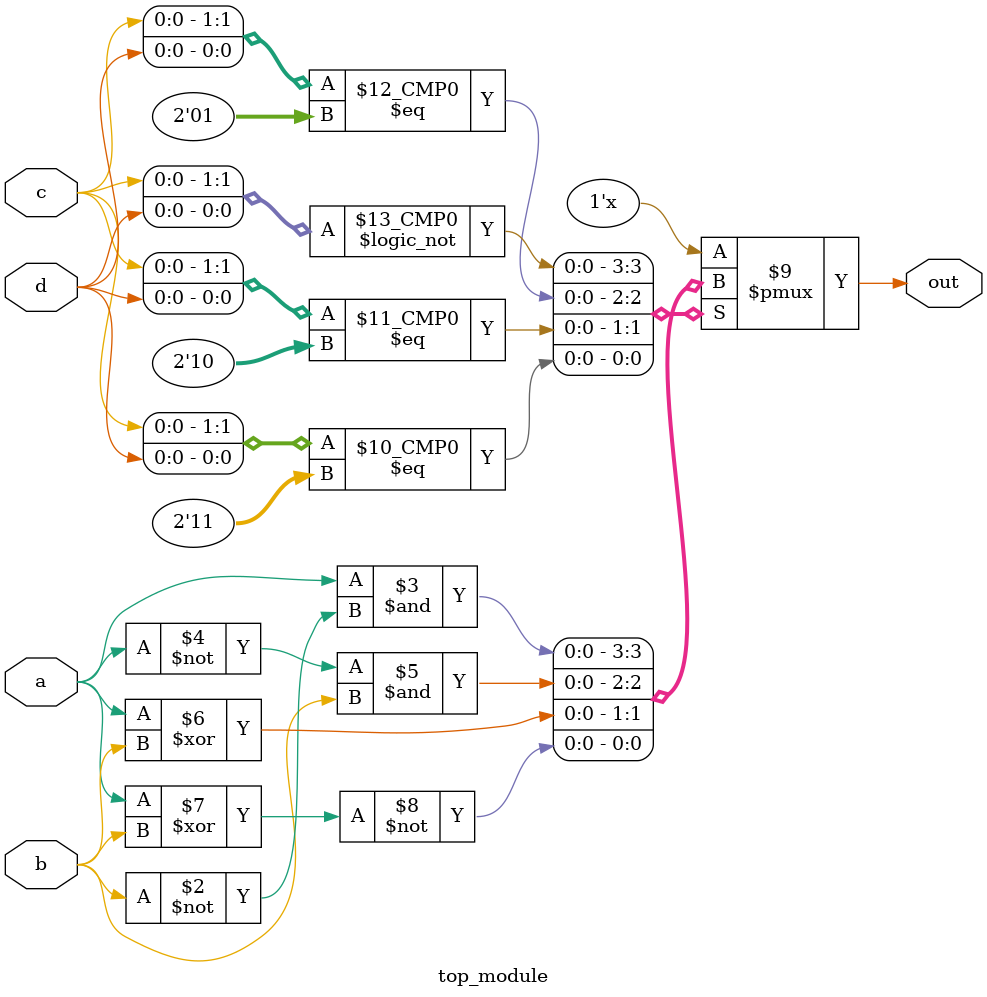
<source format=sv>
module top_module (
	input a, 
	input b,
	input c,
	input d,
	output reg out
);

always @(*) begin
    case({c, d})
        2'b00 : out = a & ~b;
        2'b01 : out = ~a & b;
        2'b10 : out = a ^ b;
        2'b11 : out = ~(a ^ b);
    endcase
end

endmodule

</source>
